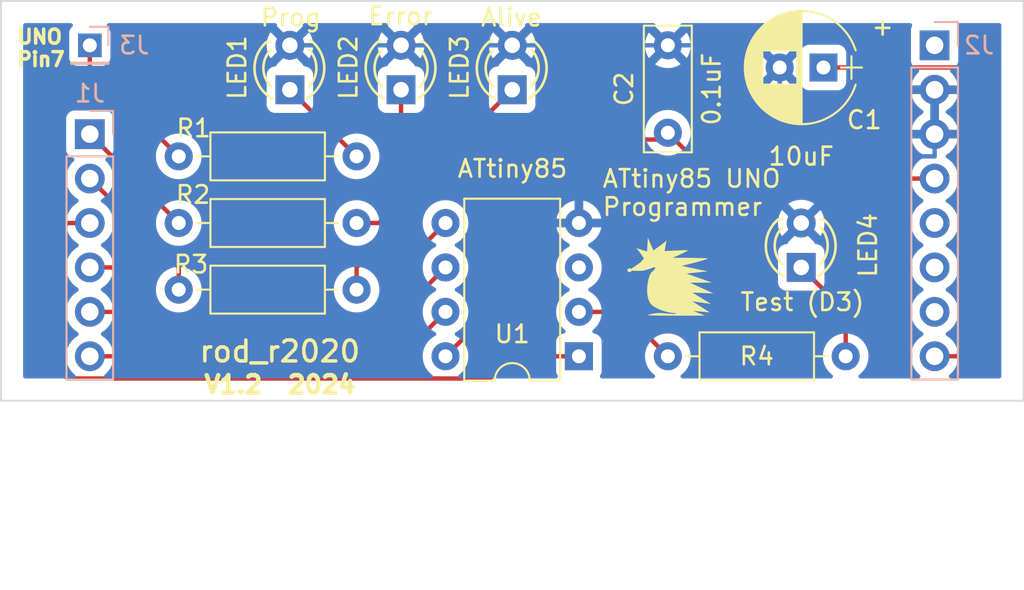
<source format=kicad_pcb>
(kicad_pcb (version 20221018) (generator pcbnew)
  (layers (0 "F.Cu" signal) (31 "B.Cu" signal) (34 "B.Paste" user) (35 "F.Paste" user) (36 "B.SilkS" user "B.Silkscreen") (37 "F.SilkS" user "F.Silkscreen") (38 "B.Mask" user) (39 "F.Mask" user) (44 "Edge.Cuts" user))
  (net 0 "")
  (net 1 "Arduino reset")
  (net 2 "Arduino Gnd")
  (net 3 "Arduino 5v")
  (net 4 "Arduino GPIO 8")
  (net 5 "Arduino GPIO 9")
  (net 6 "Arduino GPIO 10")
  (net 7 "Arduino GPIO 11")
  (net 8 "Arduino GPIO 12")
  (net 9 "Arduino GPIO 13")
  (net 14 "Arduino GPIO 7")
  (net 15 "Net-(LED1-A)")
  (net 16 "Net-(LED2-A)")
  (net 17 "Net-(LED3-A)")
  (net 18 "Net-(LED4-A)")
  (net 20 "Net-(U1-XTAL1{slash}PB3)")
  (footprint "4ms/4ms-kicad-lib/footprints/4ms_LED.pretty:LED_3mm_C1A2" (layer "F.Cu") (at 167.64 99.06 -90)
    (fp_text reference "LED2" (at 0 3.01 90) (layer "F.SilkS"))
    (fp_text value "Error" (at -2.936619 0.027386) (layer "F.SilkS"))
    (fp_line (start -1.469 -1.28) (end -1.469 -1.1) (stroke (width 0.15)) (layer "F.SilkS"))
    (fp_line (start -1.469 1.314) (end -1.469 1.114) (stroke (width 0.15)) (layer "F.SilkS"))
    (fp_arc (start -1.469 -1.286) (mid 0.225903 -1.954571) (end 1.758744 -0.969643) (stroke (width 0.15)) (layer "F.SilkS"))
    (fp_arc (start -1.02 -1.1) (mid 0.031686 -1.512142) (end 1.083005 -1.099067) (stroke (width 0.15)) (layer "F.SilkS"))
    (fp_arc (start 1.065 1.094) (mid 0.04492 1.51473) (end -0.982889 1.113252) (stroke (width 0.15)) (layer "F.SilkS"))
    (fp_arc (start 1.781 0.994) (mid 0.252637 2.009958) (end -1.45622 1.340726) (stroke (width 0.15)) (layer "F.SilkS"))
    (pad "1" thru_hole circle (at -1.27 0) (size 1.651 1.651) (drill 0.889) (layers "*.Cu" "*.Mask") (net 2 "Arduino Gnd"))
    (pad "2" thru_hole rect (at 1.27 0 270) (size 1.651 1.651) (drill 0.889) (layers "*.Cu" "*.Mask") (net 16 "Net-(LED2-A)"))
  )
  (footprint "4ms/4ms-kicad-lib/footprints/4ms_Package_DIP.pretty:DIP-8pin_TH" (layer "F.Cu") (at 177.8 115.57 180)
    (fp_text reference "U1" (at 3.81 1.27) (layer "F.SilkS"))
    (fp_text value "ATtiny85" (at 3.793953 10.726401) (layer "F.SilkS"))
    (fp_line (start 1.07 -1.39) (end 1.07 9.01) (stroke (width 0.12)) (layer "F.SilkS"))
    (fp_line (start 1.07 9.01) (end 6.55 9.01) (stroke (width 0.12)) (layer "F.SilkS"))
    (fp_line (start 2.81 -1.39) (end 1.07 -1.39) (stroke (width 0.12)) (layer "F.SilkS"))
    (fp_line (start 6.55 -1.39) (end 4.81 -1.39) (stroke (width 0.12)) (layer "F.SilkS"))
    (fp_line (start 6.55 9.01) (end 6.55 -1.39) (stroke (width 0.12)) (layer "F.SilkS"))
    (fp_arc (start 4.81 -1.39) (mid 3.81 -0.39) (end 2.81 -1.39) (stroke (width 0.12)) (layer "F.SilkS"))
    (pad "1" thru_hole rect (at 0 0 180) (size 1.6 1.6) (drill 0.8) (layers "*.Cu" "*.Mask") (net 6 "Arduino GPIO 10"))
    (pad "2" thru_hole oval (at 0 2.54 180) (size 1.6 1.6) (drill 0.8) (layers "*.Cu" "*.Mask") (net 20 "Net-(U1-XTAL1{slash}PB3)"))
    (pad "3" thru_hole oval (at 0 5.08 180) (size 1.6 1.6) (drill 0.8) (layers "*.Cu" "*.Mask"))
    (pad "4" thru_hole oval (at 0 7.62 180) (size 1.6 1.6) (drill 0.8) (layers "*.Cu" "*.Mask") (net 2 "Arduino Gnd"))
    (pad "5" thru_hole oval (at 7.62 7.62 180) (size 1.6 1.6) (drill 0.8) (layers "*.Cu" "*.Mask") (net 7 "Arduino GPIO 11"))
    (pad "6" thru_hole oval (at 7.62 5.08 180) (size 1.6 1.6) (drill 0.8) (layers "*.Cu" "*.Mask") (net 8 "Arduino GPIO 12"))
    (pad "7" thru_hole oval (at 7.62 2.54 180) (size 1.6 1.6) (drill 0.8) (layers "*.Cu" "*.Mask") (net 9 "Arduino GPIO 13"))
    (pad "8" thru_hole oval (at 7.62 0 180) (size 1.6 1.6) (drill 0.8) (layers "*.Cu" "*.Mask") (net 3 "Arduino 5v"))
  )
  (footprint "kicad-legacy/kicad-footprints/Capacitor_THT.pretty:C_Rect_L7.0mm_W2.5mm_P5.00mm" (layer "F.Cu") (at 182.88 102.79 90)
    (fp_text reference "C2" (at 2.5 -2.5 90) (layer "F.SilkS"))
    (fp_text value "0.1uF" (at 2.5 2.5 90) (layer "F.SilkS"))
    (fp_line (start -1.12 -1.37) (end -1.12 1.37) (stroke (width 0.12)) (layer "F.SilkS"))
    (fp_line (start -1.12 -1.37) (end 6.12 -1.37) (stroke (width 0.12)) (layer "F.SilkS"))
    (fp_line (start -1.12 1.37) (end 6.12 1.37) (stroke (width 0.12)) (layer "F.SilkS"))
    (fp_line (start 6.12 -1.37) (end 6.12 1.37) (stroke (width 0.12)) (layer "F.SilkS"))
    (pad "1" thru_hole circle (at 0 0 90) (size 1.6 1.6) (drill 0.8) (layers "*.Cu" "*.Mask") (net 3 "Arduino 5v"))
    (pad "2" thru_hole circle (at 5 0 90) (size 1.6 1.6) (drill 0.8) (layers "*.Cu" "*.Mask") (net 2 "Arduino Gnd"))
  )
  (footprint "4ms/4ms-kicad-lib/footprints/4ms_LED.pretty:LED_3mm_C1A2" (layer "F.Cu") (at 161.29 99.06 -90)
    (fp_text reference "LED1" (at 0 3.01 90) (layer "F.SilkS"))
    (fp_text value "Prog" (at -2.862819 -0.049586) (layer "F.SilkS"))
    (fp_line (start -1.469 -1.28) (end -1.469 -1.1) (stroke (width 0.15)) (layer "F.SilkS"))
    (fp_line (start -1.469 1.314) (end -1.469 1.114) (stroke (width 0.15)) (layer "F.SilkS"))
    (fp_arc (start -1.469 -1.286) (mid 0.225903 -1.954571) (end 1.758744 -0.969643) (stroke (width 0.15)) (layer "F.SilkS"))
    (fp_arc (start -1.02 -1.1) (mid 0.031686 -1.512142) (end 1.083005 -1.099067) (stroke (width 0.15)) (layer "F.SilkS"))
    (fp_arc (start 1.065 1.094) (mid 0.04492 1.51473) (end -0.982889 1.113252) (stroke (width 0.15)) (layer "F.SilkS"))
    (fp_arc (start 1.781 0.994) (mid 0.252637 2.009958) (end -1.45622 1.340726) (stroke (width 0.15)) (layer "F.SilkS"))
    (pad "1" thru_hole circle (at -1.27 0) (size 1.651 1.651) (drill 0.889) (layers "*.Cu" "*.Mask") (net 2 "Arduino Gnd"))
    (pad "2" thru_hole rect (at 1.27 0 270) (size 1.651 1.651) (drill 0.889) (layers "*.Cu" "*.Mask") (net 15 "Net-(LED1-A)"))
  )
  (footprint "4ms/4ms-kicad-lib/footprints/4ms_LED.pretty:LED_3mm_C1A2" (layer "F.Cu") (at 173.99 99.06 -90)
    (fp_text reference "LED3" (at 0 3.01 90) (layer "F.SilkS"))
    (fp_text value "Alive" (at -2.862819 0.030558) (layer "F.SilkS"))
    (fp_line (start -1.469 -1.28) (end -1.469 -1.1) (stroke (width 0.15)) (layer "F.SilkS"))
    (fp_line (start -1.469 1.314) (end -1.469 1.114) (stroke (width 0.15)) (layer "F.SilkS"))
    (fp_arc (start -1.469 -1.286) (mid 0.225903 -1.954571) (end 1.758744 -0.969643) (stroke (width 0.15)) (layer "F.SilkS"))
    (fp_arc (start -1.02 -1.1) (mid 0.031686 -1.512142) (end 1.083005 -1.099067) (stroke (width 0.15)) (layer "F.SilkS"))
    (fp_arc (start 1.065 1.094) (mid 0.04492 1.51473) (end -0.982889 1.113252) (stroke (width 0.15)) (layer "F.SilkS"))
    (fp_arc (start 1.781 0.994) (mid 0.252637 2.009958) (end -1.45622 1.340726) (stroke (width 0.15)) (layer "F.SilkS"))
    (pad "1" thru_hole circle (at -1.27 0) (size 1.651 1.651) (drill 0.889) (layers "*.Cu" "*.Mask") (net 2 "Arduino Gnd"))
    (pad "2" thru_hole rect (at 1.27 0 270) (size 1.651 1.651) (drill 0.889) (layers "*.Cu" "*.Mask") (net 17 "Net-(LED3-A)"))
  )
  (footprint "4ms/4ms-kicad-lib/footprints/4ms_LED.pretty:LED_3mm_C1A2" (layer "F.Cu") (at 190.5 109.22 -90)
    (fp_text reference "LED4" (at 0 -3.81 90) (layer "F.SilkS"))
    (fp_text value "Test (D3)" (at 3.247213 -0.067688) (layer "F.SilkS"))
    (fp_line (start -1.469 -1.28) (end -1.469 -1.1) (stroke (width 0.15)) (layer "F.SilkS"))
    (fp_line (start -1.469 1.314) (end -1.469 1.114) (stroke (width 0.15)) (layer "F.SilkS"))
    (fp_arc (start -1.469 -1.286) (mid 0.225903 -1.954571) (end 1.758744 -0.969643) (stroke (width 0.15)) (layer "F.SilkS"))
    (fp_arc (start -1.02 -1.1) (mid 0.031686 -1.512142) (end 1.083005 -1.099067) (stroke (width 0.15)) (layer "F.SilkS"))
    (fp_arc (start 1.065 1.094) (mid 0.04492 1.51473) (end -0.982889 1.113252) (stroke (width 0.15)) (layer "F.SilkS"))
    (fp_arc (start 1.781 0.994) (mid 0.252637 2.009958) (end -1.45622 1.340726) (stroke (width 0.15)) (layer "F.SilkS"))
    (pad "1" thru_hole circle (at -1.27 0) (size 1.651 1.651) (drill 0.889) (layers "*.Cu" "*.Mask") (net 2 "Arduino Gnd"))
    (pad "2" thru_hole rect (at 1.27 0 270) (size 1.651 1.651) (drill 0.889) (layers "*.Cu" "*.Mask") (net 18 "Net-(LED4-A)"))
  )
  (footprint "kicad-official/Resistor_THT.pretty:R_Axial_DIN0207_L6.3mm_D2.5mm_P10.16mm_Horizontal" (layer "F.Cu") (at 154.94 111.76)
    (fp_text reference "R3" (at 0.704274 -1.442278) (layer "F.SilkS"))
    (fp_text value "220")
    (fp_line (start 1.04 0) (end 1.81 0) (stroke (width 0.12)) (layer "F.SilkS"))
    (fp_line (start 1.81 -1.37) (end 1.81 1.37) (stroke (width 0.12)) (layer "F.SilkS"))
    (fp_line (start 1.81 1.37) (end 8.35 1.37) (stroke (width 0.12)) (layer "F.SilkS"))
    (fp_line (start 8.35 -1.37) (end 1.81 -1.37) (stroke (width 0.12)) (layer "F.SilkS"))
    (fp_line (start 8.35 1.37) (end 8.35 -1.37) (stroke (width 0.12)) (layer "F.SilkS"))
    (fp_line (start 9.12 0) (end 8.35 0) (stroke (width 0.12)) (layer "F.SilkS"))
    (pad "1" thru_hole circle (at 0 0) (size 1.6 1.6) (drill 0.8) (layers "*.Cu" "*.Mask") (net 5 "Arduino GPIO 9"))
    (pad "2" thru_hole oval (at 10.16 0) (size 1.6 1.6) (drill 0.8) (layers "*.Cu" "*.Mask") (net 17 "Net-(LED3-A)"))
  )
  (footprint "4ms/4ms-kicad-lib/footprints/4ms_Capacitor.pretty:CP_Radial_P2.5mm" (layer "F.Cu") (at 191.77 99.06 180)
    (fp_text reference "C1" (at -2.33 -3 180) (layer "F.SilkS") (effects (font (size 1.016 1.016) (thickness 0.1524))))
    (fp_text value "10uF" (at 1.27 -5.08 180) (layer "F.SilkS") (effects (font (size 1.016 1.016) (thickness 0.1524))))
    (fp_text user "+" (at -3.38 2.34) (layer "F.SilkS"))
    (fp_line (start -2.2 0) (end -1 0) (stroke (width 0.12)) (layer "F.SilkS"))
    (fp_line (start -1.6 -0.65) (end -1.6 0.65) (stroke (width 0.12)) (layer "F.SilkS"))
    (fp_line (start 1.25 -3.2) (end 1.25 3.2) (stroke (width 0.12)) (layer "F.SilkS"))
    (fp_line (start 1.29 -3.2) (end 1.29 3.2) (stroke (width 0.12)) (layer "F.SilkS"))
    (fp_line (start 1.33 -3.2) (end 1.33 3.2) (stroke (width 0.12)) (layer "F.SilkS"))
    (fp_line (start 1.37 -3.198) (end 1.37 3.198) (stroke (width 0.12)) (layer "F.SilkS"))
    (fp_line (start 1.41 -3.197) (end 1.41 3.197) (stroke (width 0.12)) (layer "F.SilkS"))
    (fp_line (start 1.45 -3.194) (end 1.45 3.194) (stroke (width 0.12)) (layer "F.SilkS"))
    (fp_line (start 1.49 -3.192) (end 1.49 3.192) (stroke (width 0.12)) (layer "F.SilkS"))
    (fp_line (start 1.53 -3.188) (end 1.53 -0.98) (stroke (width 0.12)) (layer "F.SilkS"))
    (fp_line (start 1.53 0.98) (end 1.53 3.188) (stroke (width 0.12)) (layer "F.SilkS"))
    (fp_line (start 1.57 -3.185) (end 1.57 -0.98) (stroke (width 0.12)) (layer "F.SilkS"))
    (fp_line (start 1.57 0.98) (end 1.57 3.185) (stroke (width 0.12)) (layer "F.SilkS"))
    (fp_line (start 1.61 -3.18) (end 1.61 -0.98) (stroke (width 0.12)) (layer "F.SilkS"))
    (fp_line (start 1.61 0.98) (end 1.61 3.18) (stroke (width 0.12)) (layer "F.SilkS"))
    (fp_line (start 1.65 -3.176) (end 1.65 -0.98) (stroke (width 0.12)) (layer "F.SilkS"))
    (fp_line (start 1.65 0.98) (end 1.65 3.176) (stroke (width 0.12)) (layer "F.SilkS"))
    (fp_line (start 1.69 -3.17) (end 1.69 -0.98) (stroke (width 0.12)) (layer "F.SilkS"))
    (fp_line (start 1.69 0.98) (end 1.69 3.17) (stroke (width 0.12)) (layer "F.SilkS"))
    (fp_line (start 1.73 -3.165) (end 1.73 -0.98) (stroke (width 0.12)) (layer "F.SilkS"))
    (fp_line (start 1.73 0.98) (end 1.73 3.165) (stroke (width 0.12)) (layer "F.SilkS"))
    (fp_line (start 1.77 -3.158) (end 1.77 -0.98) (stroke (width 0.12)) (layer "F.SilkS"))
    (fp_line (start 1.77 0.98) (end 1.77 3.158) (stroke (width 0.12)) (layer "F.SilkS"))
    (fp_line (start 1.81 -3.152) (end 1.81 -0.98) (stroke (width 0.12)) (layer "F.SilkS"))
    (fp_line (start 1.81 0.98) (end 1.81 3.152) (stroke (width 0.12)) (layer "F.SilkS"))
    (fp_line (start 1.85 -3.144) (end 1.85 -0.98) (stroke (width 0.12)) (layer "F.SilkS"))
    (fp_line (start 1.85 0.98) (end 1.85 3.144) (stroke (width 0.12)) (layer "F.SilkS"))
    (fp_line (start 1.89 -3.137) (end 1.89 -0.98) (stroke (width 0.12)) (layer "F.SilkS"))
    (fp_line (start 1.89 0.98) (end 1.89 3.137) (stroke (width 0.12)) (layer "F.SilkS"))
    (fp_line (start 1.93 -3.128) (end 1.93 -0.98) (stroke (width 0.12)) (layer "F.SilkS"))
    (fp_line (start 1.93 0.98) (end 1.93 3.128) (stroke (width 0.12)) (layer "F.SilkS"))
    (fp_line (start 1.971 -3.119) (end 1.971 -0.98) (stroke (width 0.12)) (layer "F.SilkS"))
    (fp_line (start 1.971 0.98) (end 1.971 3.119) (stroke (width 0.12)) (layer "F.SilkS"))
    (fp_line (start 2.011 -3.11) (end 2.011 -0.98) (stroke (width 0.12)) (layer "F.SilkS"))
    (fp_line (start 2.011 0.98) (end 2.011 3.11) (stroke (width 0.12)) (layer "F.SilkS"))
    (fp_line (start 2.051 -3.1) (end 2.051 -0.98) (stroke (width 0.12)) (layer "F.SilkS"))
    (fp_line (start 2.051 0.98) (end 2.051 3.1) (stroke (width 0.12)) (layer "F.SilkS"))
    (fp_line (start 2.091 -3.09) (end 2.091 -0.98) (stroke (width 0.12)) (layer "F.SilkS"))
    (fp_line (start 2.091 0.98) (end 2.091 3.09) (stroke (width 0.12)) (layer "F.SilkS"))
    (fp_line (start 2.131 -3.079) (end 2.131 -0.98) (stroke (width 0.12)) (layer "F.SilkS"))
    (fp_line (start 2.131 0.98) (end 2.131 3.079) (stroke (width 0.12)) (layer "F.SilkS"))
    (fp_line (start 2.171 -3.067) (end 2.171 -0.98) (stroke (width 0.12)) (layer "F.SilkS"))
    (fp_line (start 2.171 0.98) (end 2.171 3.067) (stroke (width 0.12)) (layer "F.SilkS"))
    (fp_line (start 2.211 -3.055) (end 2.211 -0.98) (stroke (width 0.12)) (layer "F.SilkS"))
    (fp_line (start 2.211 0.98) (end 2.211 3.055) (stroke (width 0.12)) (layer "F.SilkS"))
    (fp_line (start 2.251 -3.042) (end 2.251 -0.98) (stroke (width 0.12)) (layer "F.SilkS"))
    (fp_line (start 2.251 0.98) (end 2.251 3.042) (stroke (width 0.12)) (layer "F.SilkS"))
    (fp_line (start 2.291 -3.029) (end 2.291 -0.98) (stroke (width 0.12)) (layer "F.SilkS"))
    (fp_line (start 2.291 0.98) (end 2.291 3.029) (stroke (width 0.12)) (layer "F.SilkS"))
    (fp_line (start 2.331 -3.015) (end 2.331 -0.98) (stroke (width 0.12)) (layer "F.SilkS"))
    (fp_line (start 2.331 0.98) (end 2.331 3.015) (stroke (width 0.12)) (layer "F.SilkS"))
    (fp_line (start 2.371 -3.001) (end 2.371 -0.98) (stroke (width 0.12)) (layer "F.SilkS"))
    (fp_line (start 2.371 0.98) (end 2.371 3.001) (stroke (width 0.12)) (layer "F.SilkS"))
    (fp_line (start 2.411 -2.986) (end 2.411 -0.98) (stroke (width 0.12)) (layer "F.SilkS"))
    (fp_line (start 2.411 0.98) (end 2.411 2.986) (stroke (width 0.12)) (layer "F.SilkS"))
    (fp_line (start 2.451 -2.97) (end 2.451 -0.98) (stroke (width 0.12)) (layer "F.SilkS"))
    (fp_line (start 2.451 0.98) (end 2.451 2.97) (stroke (width 0.12)) (layer "F.SilkS"))
    (fp_line (start 2.491 -2.954) (end 2.491 -0.98) (stroke (width 0.12)) (layer "F.SilkS"))
    (fp_line (start 2.491 0.98) (end 2.491 2.954) (stroke (width 0.12)) (layer "F.SilkS"))
    (fp_line (start 2.531 -2.937) (end 2.531 -0.98) (stroke (width 0.12)) (layer "F.SilkS"))
    (fp_line (start 2.531 0.98) (end 2.531 2.937) (stroke (width 0.12)) (layer "F.SilkS"))
    (fp_line (start 2.571 -2.919) (end 2.571 -0.98) (stroke (width 0.12)) (layer "F.SilkS"))
    (fp_line (start 2.571 0.98) (end 2.571 2.919) (stroke (width 0.12)) (layer "F.SilkS"))
    (fp_line (start 2.611 -2.901) (end 2.611 -0.98) (stroke (width 0.12)) (layer "F.SilkS"))
    (fp_line (start 2.611 0.98) (end 2.611 2.901) (stroke (width 0.12)) (layer "F.SilkS"))
    (fp_line (start 2.651 -2.882) (end 2.651 -0.98) (stroke (width 0.12)) (layer "F.SilkS"))
    (fp_line (start 2.651 0.98) (end 2.651 2.882) (stroke (width 0.12)) (layer "F.SilkS"))
    (fp_line (start 2.691 -2.863) (end 2.691 -0.98) (stroke (width 0.12)) (layer "F.SilkS"))
    (fp_line (start 2.691 0.98) (end 2.691 2.863) (stroke (width 0.12)) (layer "F.SilkS"))
    (fp_line (start 2.731 -2.843) (end 2.731 -0.98) (stroke (width 0.12)) (layer "F.SilkS"))
    (fp_line (start 2.731 0.98) (end 2.731 2.843) (stroke (width 0.12)) (layer "F.SilkS"))
    (fp_line (start 2.771 -2.822) (end 2.771 -0.98) (stroke (width 0.12)) (layer "F.SilkS"))
    (fp_line (start 2.771 0.98) (end 2.771 2.822) (stroke (width 0.12)) (layer "F.SilkS"))
    (fp_line (start 2.811 -2.8) (end 2.811 -0.98) (stroke (width 0.12)) (layer "F.SilkS"))
    (fp_line (start 2.811 0.98) (end 2.811 2.8) (stroke (width 0.12)) (layer "F.SilkS"))
    (fp_line (start 2.851 -2.778) (end 2.851 -0.98) (stroke (width 0.12)) (layer "F.SilkS"))
    (fp_line (start 2.851 0.98) (end 2.851 2.778) (stroke (width 0.12)) (layer "F.SilkS"))
    (fp_line (start 2.891 -2.755) (end 2.891 -0.98) (stroke (width 0.12)) (layer "F.SilkS"))
    (fp_line (start 2.891 0.98) (end 2.891 2.755) (stroke (width 0.12)) (layer "F.SilkS"))
    (fp_line (start 2.931 -2.731) (end 2.931 -0.98) (stroke (width 0.12)) (layer "F.SilkS"))
    (fp_line (start 2.931 0.98) (end 2.931 2.731) (stroke (width 0.12)) (layer "F.SilkS"))
    (fp_line (start 2.971 -2.706) (end 2.971 -0.98) (stroke (width 0.12)) (layer "F.SilkS"))
    (fp_line (start 2.971 0.98) (end 2.971 2.706) (stroke (width 0.12)) (layer "F.SilkS"))
    (fp_line (start 3.011 -2.681) (end 3.011 -0.98) (stroke (width 0.12)) (layer "F.SilkS"))
    (fp_line (start 3.011 0.98) (end 3.011 2.681) (stroke (width 0.12)) (layer "F.SilkS"))
    (fp_line (start 3.051 -2.654) (end 3.051 -0.98) (stroke (width 0.12)) (layer "F.SilkS"))
    (fp_line (start 3.051 0.98) (end 3.051 2.654) (stroke (width 0.12)) (layer "F.SilkS"))
    (fp_line (start 3.091 -2.627) (end 3.091 -0.98) (stroke (width 0.12)) (layer "F.SilkS"))
    (fp_line (start 3.091 0.98) (end 3.091 2.627) (stroke (width 0.12)) (layer "F.SilkS"))
    (fp_line (start 3.131 -2.599) (end 3.131 -0.98) (stroke (width 0.12)) (layer "F.SilkS"))
    (fp_line (start 3.131 0.98) (end 3.131 2.599) (stroke (width 0.12)) (layer "F.SilkS"))
    (fp_line (start 3.171 -2.57) (end 3.171 -0.98) (stroke (width 0.12)) (layer "F.SilkS"))
    (fp_line (start 3.171 0.98) (end 3.171 2.57) (stroke (width 0.12)) (layer "F.SilkS"))
    (fp_line (start 3.211 -2.54) (end 3.211 -0.98) (stroke (width 0.12)) (layer "F.SilkS"))
    (fp_line (start 3.211 0.98) (end 3.211 2.54) (stroke (width 0.12)) (layer "F.SilkS"))
    (fp_line (start 3.251 -2.51) (end 3.251 -0.98) (stroke (width 0.12)) (layer "F.SilkS"))
    (fp_line (start 3.251 0.98) (end 3.251 2.51) (stroke (width 0.12)) (layer "F.SilkS"))
    (fp_line (start 3.291 -2.478) (end 3.291 -0.98) (stroke (width 0.12)) (layer "F.SilkS"))
    (fp_line (start 3.291 0.98) (end 3.291 2.478) (stroke (width 0.12)) (layer "F.SilkS"))
    (fp_line (start 3.331 -2.445) (end 3.331 -0.98) (stroke (width 0.12)) (layer "F.SilkS"))
    (fp_line (start 3.331 0.98) (end 3.331 2.445) (stroke (width 0.12)) (layer "F.SilkS"))
    (fp_line (start 3.371 -2.411) (end 3.371 -0.98) (stroke (width 0.12)) (layer "F.SilkS"))
    (fp_line (start 3.371 0.98) (end 3.371 2.411) (stroke (width 0.12)) (layer "F.SilkS"))
    (fp_line (start 3.411 -2.375) (end 3.411 -0.98) (stroke (width 0.12)) (layer "F.SilkS"))
    (fp_line (start 3.411 0.98) (end 3.411 2.375) (stroke (width 0.12)) (layer "F.SilkS"))
    (fp_line (start 3.451 -2.339) (end 3.451 -0.98) (stroke (width 0.12)) (layer "F.SilkS"))
    (fp_line (start 3.451 0.98) (end 3.451 2.339) (stroke (width 0.12)) (layer "F.SilkS"))
    (fp_line (start 3.491 -2.301) (end 3.491 2.301) (stroke (width 0.12)) (layer "F.SilkS"))
    (fp_line (start 3.531 -2.262) (end 3.531 2.262) (stroke (width 0.12)) (layer "F.SilkS"))
    (fp_line (start 3.571 -2.222) (end 3.571 2.222) (stroke (width 0.12)) (layer "F.SilkS"))
    (fp_line (start 3.611 -2.18) (end 3.611 2.18) (stroke (width 0.12)) (layer "F.SilkS"))
    (fp_line (start 3.651 -2.137) (end 3.651 2.137) (stroke (width 0.12)) (layer "F.SilkS"))
    (fp_line (start 3.691 -2.092) (end 3.691 2.092) (stroke (width 0.12)) (layer "F.SilkS"))
    (fp_line (start 3.731 -2.045) (end 3.731 2.045) (stroke (width 0.12)) (layer "F.SilkS"))
    (fp_line (start 3.771 -1.997) (end 3.771 1.997) (stroke (width 0.12)) (layer "F.SilkS"))
    (fp_line (start 3.811 -1.946) (end 3.811 1.946) (stroke (width 0.12)) (layer "F.SilkS"))
    (fp_line (start 3.851 -1.894) (end 3.851 1.894) (stroke (width 0.12)) (layer "F.SilkS"))
    (fp_line (start 3.891 -1.839) (end 3.891 1.839) (stroke (width 0.12)) (layer "F.SilkS"))
    (fp_line (start 3.931 -1.781) (end 3.931 1.781) (stroke (width 0.12)) (layer "F.SilkS"))
    (fp_line (start 3.971 -1.721) (end 3.971 1.721) (stroke (width 0.12)) (layer "F.SilkS"))
    (fp_line (start 4.011 -1.658) (end 4.011 1.658) (stroke (width 0.12)) (layer "F.SilkS"))
    (fp_line (start 4.051 -1.591) (end 4.051 1.591) (stroke (width 0.12)) (layer "F.SilkS"))
    (fp_line (start 4.091 -1.52) (end 4.091 1.52) (stroke (width 0.12)) (layer "F.SilkS"))
    (fp_line (start 4.131 -1.445) (end 4.131 1.445) (stroke (width 0.12)) (layer "F.SilkS"))
    (fp_line (start 4.171 -1.364) (end 4.171 1.364) (stroke (width 0.12)) (layer "F.SilkS"))
    (fp_line (start 4.211 -1.278) (end 4.211 1.278) (stroke (width 0.12)) (layer "F.SilkS"))
    (fp_line (start 4.251 -1.184) (end 4.251 1.184) (stroke (width 0.12)) (layer "F.SilkS"))
    (fp_line (start 4.291 -1.081) (end 4.291 1.081) (stroke (width 0.12)) (layer "F.SilkS"))
    (fp_line (start 4.331 -0.966) (end 4.331 0.966) (stroke (width 0.12)) (layer "F.SilkS"))
    (fp_line (start 4.371 -0.834) (end 4.371 0.834) (stroke (width 0.12)) (layer "F.SilkS"))
    (fp_line (start 4.411 -0.676) (end 4.411 0.676) (stroke (width 0.12)) (layer "F.SilkS"))
    (fp_line (start 4.451 -0.468) (end 4.451 0.468) (stroke (width 0.12)) (layer "F.SilkS"))
    (fp_arc (start -1.838236 -0.98) (mid 1.250337 -3.24) (end 4.33844 -0.979357) (stroke (width 0.12)) (layer "F.SilkS"))
    (fp_arc (start 4.338236 -0.98) (mid 4.49 -0.000337) (end 4.33844 0.979357) (stroke (width 0.12)) (layer "F.SilkS"))
    (fp_arc (start 4.33844 0.979357) (mid 1.250337 3.24) (end -1.838236 0.98) (stroke (width 0.12)) (layer "F.SilkS"))
    (pad "1" thru_hole rect (at 0 0 180) (size 1.6 1.6) (drill 0.8) (layers "*.Cu" "*.Mask") (net 1 "Arduino reset"))
    (pad "2" thru_hole circle (at 2.5 0 180) (size 1.6 1.6) (drill 0.8) (layers "*.Cu" "*.Mask") (net 2 "Arduino Gnd"))
  )
  (footprint "kicad-official/Resistor_THT.pretty:R_Axial_DIN0207_L6.3mm_D2.5mm_P10.16mm_Horizontal" (layer "F.Cu") (at 193.04 115.57 180)
    (fp_text reference "R4" (at 5.08 0) (layer "F.SilkS"))
    (fp_text value "220")
    (fp_line (start 1.04 0) (end 1.81 0) (stroke (width 0.12)) (layer "F.SilkS"))
    (fp_line (start 1.81 -1.37) (end 1.81 1.37) (stroke (width 0.12)) (layer "F.SilkS"))
    (fp_line (start 1.81 1.37) (end 8.35 1.37) (stroke (width 0.12)) (layer "F.SilkS"))
    (fp_line (start 8.35 -1.37) (end 1.81 -1.37) (stroke (width 0.12)) (layer "F.SilkS"))
    (fp_line (start 8.35 1.37) (end 8.35 -1.37) (stroke (width 0.12)) (layer "F.SilkS"))
    (fp_line (start 9.12 0) (end 8.35 0) (stroke (width 0.12)) (layer "F.SilkS"))
    (pad "1" thru_hole circle (at 0 0 180) (size 1.6 1.6) (drill 0.8) (layers "*.Cu" "*.Mask") (net 18 "Net-(LED4-A)"))
    (pad "2" thru_hole oval (at 10.16 0 180) (size 1.6 1.6) (drill 0.8) (layers "*.Cu" "*.Mask") (net 20 "Net-(U1-XTAL1{slash}PB3)"))
  )
  (footprint "kicad-official/Resistor_THT.pretty:R_Axial_DIN0207_L6.3mm_D2.5mm_P10.16mm_Horizontal" (layer "F.Cu") (at 154.94 104.14)
    (fp_text reference "R1" (at 0.851875 -1.608213) (layer "F.SilkS"))
    (fp_text value "220")
    (fp_line (start 1.04 0) (end 1.81 0) (stroke (width 0.12)) (layer "F.SilkS"))
    (fp_line (start 1.81 -1.37) (end 1.81 1.37) (stroke (width 0.12)) (layer "F.SilkS"))
    (fp_line (start 1.81 1.37) (end 8.35 1.37) (stroke (width 0.12)) (layer "F.SilkS"))
    (fp_line (start 8.35 -1.37) (end 1.81 -1.37) (stroke (width 0.12)) (layer "F.SilkS"))
    (fp_line (start 8.35 1.37) (end 8.35 -1.37) (stroke (width 0.12)) (layer "F.SilkS"))
    (fp_line (start 9.12 0) (end 8.35 0) (stroke (width 0.12)) (layer "F.SilkS"))
    (pad "1" thru_hole circle (at 0 0) (size 1.6 1.6) (drill 0.8) (layers "*.Cu" "*.Mask") (net 14 "Arduino GPIO 7"))
    (pad "2" thru_hole oval (at 10.16 0) (size 1.6 1.6) (drill 0.8) (layers "*.Cu" "*.Mask") (net 15 "Net-(LED1-A)"))
  )
  (footprint "kicad-official/Resistor_THT.pretty:R_Axial_DIN0207_L6.3mm_D2.5mm_P10.16mm_Horizontal" (layer "F.Cu") (at 154.94 107.95)
    (fp_text reference "R2" (at 0.814975 -1.617496) (layer "F.SilkS"))
    (fp_text value "220")
    (fp_line (start 1.04 0) (end 1.81 0) (stroke (width 0.12)) (layer "F.SilkS"))
    (fp_line (start 1.81 -1.37) (end 1.81 1.37) (stroke (width 0.12)) (layer "F.SilkS"))
    (fp_line (start 1.81 1.37) (end 8.35 1.37) (stroke (width 0.12)) (layer "F.SilkS"))
    (fp_line (start 8.35 -1.37) (end 1.81 -1.37) (stroke (width 0.12)) (layer "F.SilkS"))
    (fp_line (start 8.35 1.37) (end 8.35 -1.37) (stroke (width 0.12)) (layer "F.SilkS"))
    (fp_line (start 9.12 0) (end 8.35 0) (stroke (width 0.12)) (layer "F.SilkS"))
    (pad "1" thru_hole circle (at 0 0) (size 1.6 1.6) (drill 0.8) (layers "*.Cu" "*.Mask") (net 4 "Arduino GPIO 8"))
    (pad "2" thru_hole oval (at 10.16 0) (size 1.6 1.6) (drill 0.8) (layers "*.Cu" "*.Mask") (net 16 "Net-(LED2-A)"))
  )
  (footprint "kicad-legacy/kicad-footprints/Connector_PinHeader_2.54mm.pretty:PinHeader_1x08_P2.54mm_Vertical" (layer "B.Cu") (at 198.12 97.79 180)
    (fp_text reference "J2" (at -2.54 0) (layer "B.SilkS") (effects (justify mirror)))
    (fp_text value "Conn_01x08")
    (fp_line (start -1.33 -19.11) (end 1.33 -19.11) (stroke (width 0.12)) (layer "B.SilkS"))
    (fp_line (start -1.33 -1.27) (end -1.33 -19.11) (stroke (width 0.12)) (layer "B.SilkS"))
    (fp_line (start -1.33 -1.27) (end 1.33 -1.27) (stroke (width 0.12)) (layer "B.SilkS"))
    (fp_line (start -1.33 0) (end -1.33 1.33) (stroke (width 0.12)) (layer "B.SilkS"))
    (fp_line (start -1.33 1.33) (end 0 1.33) (stroke (width 0.12)) (layer "B.SilkS"))
    (fp_line (start 1.33 -1.27) (end 1.33 -19.11) (stroke (width 0.12)) (layer "B.SilkS"))
    (pad "1" thru_hole rect (at 0 0 180) (size 1.7 1.7) (drill 1) (layers "*.Cu" "*.Mask"))
    (pad "2" thru_hole oval (at 0 -2.54 180) (size 1.7 1.7) (drill 1) (layers "*.Cu" "*.Mask") (net 2 "Arduino Gnd"))
    (pad "3" thru_hole oval (at 0 -5.08 180) (size 1.7 1.7) (drill 1) (layers "*.Cu" "*.Mask") (net 2 "Arduino Gnd"))
    (pad "4" thru_hole oval (at 0 -7.62 180) (size 1.7 1.7) (drill 1) (layers "*.Cu" "*.Mask") (net 3 "Arduino 5v"))
    (pad "5" thru_hole oval (at 0 -10.16 180) (size 1.7 1.7) (drill 1) (layers "*.Cu" "*.Mask"))
    (pad "6" thru_hole oval (at 0 -12.7 180) (size 1.7 1.7) (drill 1) (layers "*.Cu" "*.Mask"))
    (pad "7" thru_hole oval (at 0 -15.24 180) (size 1.7 1.7) (drill 1) (layers "*.Cu" "*.Mask"))
    (pad "8" thru_hole oval (at 0 -17.78 180) (size 1.7 1.7) (drill 1) (layers "*.Cu" "*.Mask") (net 1 "Arduino reset"))
  )
  (footprint "kicad-legacy/kicad-footprints/Connector_PinHeader_2.54mm.pretty:PinHeader_1x06_P2.54mm_Vertical" (layer "B.Cu") (at 149.86 102.87 180)
    (fp_text reference "J1" (at 0 2.33) (layer "B.SilkS") (effects (justify mirror)))
    (fp_text value "Conn_01x06")
    (fp_line (start -1.33 -14.03) (end 1.33 -14.03) (stroke (width 0.12)) (layer "B.SilkS"))
    (fp_line (start -1.33 -1.27) (end -1.33 -14.03) (stroke (width 0.12)) (layer "B.SilkS"))
    (fp_line (start -1.33 -1.27) (end 1.33 -1.27) (stroke (width 0.12)) (layer "B.SilkS"))
    (fp_line (start -1.33 0) (end -1.33 1.33) (stroke (width 0.12)) (layer "B.SilkS"))
    (fp_line (start -1.33 1.33) (end 0 1.33) (stroke (width 0.12)) (layer "B.SilkS"))
    (fp_line (start 1.33 -1.27) (end 1.33 -14.03) (stroke (width 0.12)) (layer "B.SilkS"))
    (pad "1" thru_hole rect (at 0 0 180) (size 1.7 1.7) (drill 1) (layers "*.Cu" "*.Mask") (net 4 "Arduino GPIO 8"))
    (pad "2" thru_hole oval (at 0 -2.54 180) (size 1.7 1.7) (drill 1) (layers "*.Cu" "*.Mask") (net 5 "Arduino GPIO 9"))
    (pad "3" thru_hole oval (at 0 -5.08 180) (size 1.7 1.7) (drill 1) (layers "*.Cu" "*.Mask") (net 6 "Arduino GPIO 10"))
    (pad "4" thru_hole oval (at 0 -7.62 180) (size 1.7 1.7) (drill 1) (layers "*.Cu" "*.Mask") (net 7 "Arduino GPIO 11"))
    (pad "5" thru_hole oval (at 0 -10.16 180) (size 1.7 1.7) (drill 1) (layers "*.Cu" "*.Mask") (net 8 "Arduino GPIO 12"))
    (pad "6" thru_hole oval (at 0 -12.7 180) (size 1.7 1.7) (drill 1) (layers "*.Cu" "*.Mask") (net 9 "Arduino GPIO 13"))
  )
  (footprint "kicad-legacy/kicad-footprints/Connector_PinHeader_2.00mm.pretty:PinHeader_1x01_P2.00mm_Vertical" (layer "B.Cu") (at 149.86 97.79 180)
    (fp_text reference "J3" (at -2.54 0) (layer "B.SilkS") (effects (justify mirror)))
    (fp_text value "Conn_01x01")
    (fp_line (start -1.06 -1.06) (end 1.06 -1.06) (stroke (width 0.12)) (layer "B.SilkS"))
    (fp_line (start -1.06 -1) (end -1.06 -1.06) (stroke (width 0.12)) (layer "B.SilkS"))
    (fp_line (start -1.06 -1) (end 1.06 -1) (stroke (width 0.12)) (layer "B.SilkS"))
    (fp_line (start -1.06 0) (end -1.06 1.06) (stroke (width 0.12)) (layer "B.SilkS"))
    (fp_line (start -1.06 1.06) (end 0 1.06) (stroke (width 0.12)) (layer "B.SilkS"))
    (fp_line (start 1.06 -1) (end 1.06 -1.06) (stroke (width 0.12)) (layer "B.SilkS"))
    (pad "1" thru_hole rect (at 0 0 180) (size 1.35 1.35) (drill 0.8) (layers "*.Cu" "*.Mask") (net 14 "Arduino GPIO 7"))
  )
  (gr_poly (pts (xy 182.056168 109.515609) (xy 182.162326 109.442488) (xy 182.402548 109.272182) (xy 182.536253 109.173578) (xy 182.659456 109.078271) (xy 182.712535 109.034729) (xy 182.757486 108.99546) (xy 182.792476 108.961614) (xy 182.81567 108.934341) (xy 182.801476 108.994218) (xy 182.783111 109.080192) (xy 182.741344 109.288413) (xy 182.68999 109.555831) (xy 183.357741 109.520648) (xy 183.602931 109.510673) (xy 183.81682 109.504938) (xy 183.968107 109.505798) (xy 184.010494 109.509437) (xy 184.021661 109.512188) (xy 184.025492 109.515609) (xy 184.023025 109.520359) (xy 184.015832 109.526979) (xy 183.988532 109.545298) (xy 183.946111 109.569506) (xy 183.891091 109.598543) (xy 183.753329 109.666865) (xy 183.595407 109.741782) (xy 183.165322 109.937789) (xy 184.104722 109.942813) (xy 184.779208 109.954745) (xy 185.021883 109.964714) (xy 185.101358 109.970906) (xy 185.145983 109.977981) (xy 185.153712 109.982731) (xy 185.151841 109.98935) (xy 185.121755 110.007669) (xy 185.060632 110.031878) (xy 184.973381 110.060915) (xy 184.740122 110.129237) (xy 184.461238 110.204154) (xy 183.923629 110.339851) (xy 183.674632 110.400161) (xy 185.145983 110.711745) (xy 183.946261 110.842422) (xy 185.394968 111.355056) (xy 184.15 111.365127) (xy 185.485503 111.978255) (xy 184.285815 111.927993) (xy 185.349688 112.581313) (xy 184.285815 112.430556) (xy 185.281798 113.063796) (xy 184.331065 112.973342) (xy 185.010168 113.244704) (xy 183.536355 113.250247) (xy 182.429004 113.245284) (xy 181.997069 113.2374) (xy 181.727951 113.224593) (xy 181.726391 113.224169) (xy 181.726079 113.223322) (xy 181.729091 113.220449) (xy 181.748921 113.210596) (xy 181.785743 113.196433) (xy 181.837855 113.179359) (xy 181.903559 113.16077) (xy 181.981155 113.142067) (xy 182.023881 113.133109) (xy 182.068943 113.124647) (xy 182.116127 113.116855) (xy 182.165223 113.109908) (xy 182.211557 113.104728) (xy 182.258845 113.100967) (xy 182.355676 113.097247) (xy 182.454502 113.09784) (xy 182.554112 113.101834) (xy 182.653291 113.108319) (xy 182.750828 113.116385) (xy 182.936123 113.133617) (xy 183.021456 113.140962) (xy 183.100295 113.146246) (xy 183.171428 113.14856) (xy 183.233643 113.146991) (xy 183.261027 113.144467) (xy 183.285726 113.140631) (xy 183.307589 113.135369) (xy 183.326465 113.128568) (xy 183.342201 113.120114) (xy 183.354647 113.109892) (xy 183.36365 113.09779) (xy 183.369059 113.083694) (xy 183.363161 113.089135) (xy 183.353474 113.093734) (xy 183.323335 113.100294) (xy 183.279841 113.103148) (xy 183.224192 113.102076) (xy 183.157587 113.096853) (xy 183.081226 113.087257) (xy 182.996308 113.073064) (xy 182.904031 113.054053) (xy 182.805597 113.03) (xy 182.702203 113.000683) (xy 182.595049 112.965878) (xy 182.485335 112.925362) (xy 182.374259 112.878913) (xy 182.263022 112.826307) (xy 182.152822 112.767322) (xy 182.044859 112.701736) (xy 181.99399 112.664412) (xy 181.947727 112.621675) (xy 181.905919 112.573914) (xy 181.868415 112.521522) (xy 181.835064 112.464888) (xy 181.805717 112.404402) (xy 181.780222 112.340457) (xy 181.758429 112.273441) (xy 181.740187 112.203746) (xy 181.725346 112.131762) (xy 181.713755 112.05788) (xy 181.705263 111.982491) (xy 181.696974 111.828752) (xy 181.699274 111.673671) (xy 181.71096 111.520371) (xy 181.730824 111.371979) (xy 181.757664 111.231618) (xy 181.790272 111.102414) (xy 181.827445 110.987491) (xy 181.867977 110.889974) (xy 181.910663 110.812988) (xy 181.932437 110.783171) (xy 181.954298 110.759658) (xy 182.028876 110.692559) (xy 182.049625 110.673197) (xy 182.070091 110.653246) (xy 182.089712 110.632928) (xy 182.107923 110.612468) (xy 182.124164 110.592087) (xy 182.131369 110.581996) (xy 182.13787 110.572009) (xy 182.143598 110.562153) (xy 182.148481 110.552457) (xy 182.152449 110.542947) (xy 182.155432 110.533653) (xy 182.15736 110.524601) (xy 182.158162 110.515821) (xy 182.157768 110.507338) (xy 182.156108 110.499183) (xy 182.15311 110.491381) (xy 182.148706 110.483962) (xy 182.142825 110.476953) (xy 182.135395 110.470382) (xy 181.648724 110.631179) (xy 181.606196 110.643596) (xy 181.56005 110.65415) (xy 181.510793 110.662962) (xy 181.458934 110.670155) (xy 181.404978 110.675851) (xy 181.349435 110.680172) (xy 181.235611 110.685176) (xy 181.121523 110.686145) (xy 181.011229 110.684055) (xy 180.908788 110.679883) (xy 180.818259 110.674605) (xy 180.816775 110.678924) (xy 180.815088 110.683159) (xy 180.81113 110.69136) (xy 180.806424 110.699183) (xy 180.801011 110.706602) (xy 180.794931 110.71359) (xy 180.788226 110.72012) (xy 180.780935 110.726167) (xy 180.7731 110.731704) (xy 180.76476 110.736704) (xy 180.755957 110.741142) (xy 180.746732 110.74499) (xy 180.737124 110.748222) (xy 180.727174 110.750813) (xy 180.716923 110.752736) (xy 180.706412 110.753963) (xy 180.695681 110.75447) (xy 180.689113 110.75441) (xy 180.682625 110.754079) (xy 180.676225 110.753483) (xy 180.669921 110.75263) (xy 180.663722 110.751526) (xy 180.657634 110.750176) (xy 180.651667 110.748588) (xy 180.645828 110.746768) (xy 180.640125 110.744722) (xy 180.634567 110.742456) (xy 180.629161 110.739978) (xy 180.623915 110.737294) (xy 180.618838 110.734409) (xy 180.613937 110.731331) (xy 180.609221 110.728066) (xy 180.604698 110.72462) (xy 180.600375 110.721) (xy 180.596262 110.717212) (xy 180.592364 110.713263) (xy 180.588692 110.709158) (xy 180.585253 110.704905) (xy 180.582054 110.70051) (xy 180.579105 110.69598) (xy 180.576412 110.69132) (xy 180.573985 110.686537) (xy 180.571831 110.681638) (xy 180.569957 110.676629) (xy 180.568373 110.671517) (xy 180.567087 110.666308) (xy 180.566105 110.661007) (xy 180.565437 110.655623) (xy 180.565091 110.650161) (xy 180.565072 110.644691) (xy 180.565379 110.639284) (xy 180.566005 110.633947) (xy 180.566941 110.628687) (xy 180.568181 110.62351) (xy 180.569717 110.618423) (xy 180.571541 110.613432) (xy 180.573645 110.608546) (xy 180.576023 110.60377) (xy 180.578665 110.599111) (xy 180.581565 110.594576) (xy 180.584716 110.590172) (xy 180.588108 110.585906) (xy 180.591736 110.581784) (xy 180.595591 110.577813) (xy 180.599666 110.574) (xy 180.603952 110.570352) (xy 180.608443 110.566876) (xy 180.613131 110.563578) (xy 180.618008 110.560465) (xy 180.623067 110.557544) (xy 180.628299 110.554822) (xy 180.633698 110.552305) (xy 180.639256 110.550001) (xy 180.644965 110.547915) (xy 180.650818 110.546056) (xy 180.656807 110.544429) (xy 180.662924 110.543042) (xy 180.669161 110.541901) (xy 180.675512 110.541013) (xy 180.681968 110.540385) (xy 180.688523 110.540023) (xy 180.695187 110.53995) (xy 180.701815 110.540162) (xy 180.708395 110.540656) (xy 180.714916 110.541428) (xy 180.721364 110.542473) (xy 180.727728 110.543788) (xy 180.733996 110.545368) (xy 180.740156 110.54721) (xy 180.746196 110.549309) (xy 180.752103 110.551662) (xy 180.757866 110.554264) (xy 180.763473 110.557112) (xy 180.76891 110.560201) (xy 180.774168 110.563527) (xy 180.779232 110.567087) (xy 180.784092 110.570876) (xy 181.309174 110.20906) (xy 181.512911 109.97792) (xy 181.464475 109.903233) (xy 181.411501 109.823745) (xy 181.346085 109.728488) (xy 181.273275 109.62671) (xy 181.198117 109.527656) (xy 181.161235 109.482041) (xy 181.125658 109.440574) (xy 181.092018 109.404411) (xy 181.060946 109.374709) (xy 181.141296 109.403022) (xy 181.237957 109.435041) (xy 181.446895 109.500972) (xy 181.694008 109.575851) (xy 181.739258 108.791885)) (fill solid) (layer "F.SilkS"))
  (gr_line (start 203.2 95.25) (end 203.2 118.11) (stroke (width 0.1)) (layer "Edge.Cuts"))
  (gr_line (start 144.78 118.11) (end 203.2 118.11) (stroke (width 0.1)) (layer "Edge.Cuts"))
  (gr_line (start 203.2 95.25) (end 144.78 95.25) (stroke (width 0.1)) (layer "Edge.Cuts"))
  (gr_line (start 144.78 95.25) (end 144.78 118.11) (stroke (width 0.1)) (layer "Edge.Cuts"))
  (gr_text "ATtiny85 UNO \nProgrammer \n\n" (at 179.07 109.22) (layer "F.SilkS") (effects (font (size 1 1)) (justify left bottom)))
  (gr_text "UNO\nPin7\n" (at 145.606318 99.06) (layer "F.SilkS") (effects (font (size 0.8 0.8) (thickness 0.2) bold) (justify left bottom)))
  (gr_text "V1.2  2024\n" (at 156.275129 117.781592) (layer "F.SilkS") (effects (font (size 1 1) (thickness 0.25) bold) (justify left bottom)))
  (gr_text "rod_r2020" (at 156.013333 115.992652) (layer "F.SilkS") (effects (font (size 1.2 1.2) (thickness 0.2) bold) (justify left bottom)))
  (segment (start 200.66 100.33) (end 200.66 114.3) (width 0.25) (layer "F.Cu") (net 1))
  (segment (start 200.66 114.3) (end 199.39 115.57) (width 0.25) (layer "F.Cu") (net 1))
  (segment (start 191.77 99.06) (end 199.39 99.06) (width 0.25) (layer "F.Cu") (net 1))
  (segment (start 199.39 115.57) (end 198.12 115.57) (width 0.25) (layer "F.Cu") (net 1))
  (segment (start 199.39 99.06) (end 200.66 100.33) (width 0.25) (layer "F.Cu") (net 1))
  (segment (start 188 97.79) (end 189.27 99.06) (width 0.25) (layer "B.Cu") (net 2))
  (segment (start 198.12 104.14) (end 194.31 104.14) (width 0.25) (layer "B.Cu") (net 2))
  (segment (start 194.31 104.14) (end 190.5 107.95) (width 0.25) (layer "B.Cu") (net 2))
  (segment (start 189.27 99.06) (end 189.27 106.72) (width 0.25) (layer "B.Cu") (net 2))
  (segment (start 177.8 102.87) (end 182.88 97.79) (width 0.25) (layer "B.Cu") (net 2))
  (segment (start 198.12 102.87) (end 198.12 104.14) (width 0.25) (layer "B.Cu") (net 2))
  (segment (start 189.27 106.72) (end 190.5 107.95) (width 0.25) (layer "B.Cu") (net 2))
  (segment (start 182.88 97.79) (end 188 97.79) (width 0.25) (layer "B.Cu") (net 2))
  (segment (start 173.99 97.79) (end 182.88 97.79) (width 0.25) (layer "B.Cu") (net 2))
  (segment (start 161.29 97.79) (end 167.64 97.79) (width 0.25) (layer "B.Cu") (net 2))
  (segment (start 167.64 97.79) (end 173.99 97.79) (width 0.25) (layer "B.Cu") (net 2))
  (segment (start 177.8 107.95) (end 177.8 102.87) (width 0.25) (layer "B.Cu") (net 2))
  (segment (start 173.99 105.41) (end 176.220972 103.179028) (width 0.25) (layer "F.Cu") (net 3))
  (segment (start 170.18 115.57) (end 173.99 111.76) (width 0.25) (layer "F.Cu") (net 3))
  (segment (start 173.99 111.76) (end 173.99 105.41) (width 0.25) (layer "F.Cu") (net 3))
  (segment (start 198.12 105.41) (end 185.5 105.41) (width 0.25) (layer "F.Cu") (net 3))
  (segment (start 176.220972 103.179028) (end 182.634496 103.179028) (width 0.25) (layer "F.Cu") (net 3))
  (segment (start 185.5 105.41) (end 182.88 102.79) (width 0.25) (layer "F.Cu") (net 3))
  (segment (start 154.94 107.95) (end 149.86 102.87) (width 0.25) (layer "F.Cu") (net 4))
  (segment (start 149.86 105.41) (end 154.94 110.49) (width 0.25) (layer "F.Cu") (net 5))
  (segment (start 154.94 110.49) (end 154.94 111.76) (width 0.25) (layer "F.Cu") (net 5))
  (segment (start 147.32 109.22) (end 148.59 107.95) (width 0.25) (layer "F.Cu") (net 6))
  (segment (start 177.8 115.57) (end 173.99 115.57) (width 0.25) (layer "F.Cu") (net 6))
  (segment (start 173.99 115.57) (end 172.72 116.84) (width 0.25) (layer "F.Cu") (net 6))
  (segment (start 148.59 107.95) (end 149.86 107.95) (width 0.25) (layer "F.Cu") (net 6))
  (segment (start 172.72 116.84) (end 148.59 116.84) (width 0.25) (layer "F.Cu") (net 6))
  (segment (start 148.59 116.84) (end 147.32 115.57) (width 0.25) (layer "F.Cu") (net 6))
  (segment (start 147.32 115.57) (end 147.32 109.22) (width 0.25) (layer "F.Cu") (net 6))
  (segment (start 167.64 110.49) (end 170.18 107.95) (width 0.25) (layer "F.Cu") (net 7))
  (segment (start 152.4 111.76) (end 151.13 110.49) (width 0.25) (layer "F.Cu") (net 7))
  (segment (start 151.13 110.49) (end 149.86 110.49) (width 0.25) (layer "F.Cu") (net 7))
  (segment (start 153.67 113.875) (end 152.4 112.605) (width 0.25) (layer "F.Cu") (net 7))
  (segment (start 165.945 113.875) (end 167.64 112.18) (width 0.25) (layer "F.Cu") (net 7))
  (segment (start 153.67 113.875) (end 165.945 113.875) (width 0.25) (layer "F.Cu") (net 7))
  (segment (start 167.64 112.18) (end 167.64 110.49) (width 0.25) (layer "F.Cu") (net 7))
  (segment (start 152.4 112.605) (end 152.4 111.76) (width 0.25) (layer "F.Cu") (net 7))
  (segment (start 153.483604 114.325) (end 152.188604 113.03) (width 0.25) (layer "F.Cu") (net 8))
  (segment (start 152.188604 113.03) (end 149.86 113.03) (width 0.25) (layer "F.Cu") (net 8))
  (segment (start 166.345 114.325) (end 153.483604 114.325) (width 0.25) (layer "F.Cu") (net 8))
  (segment (start 170.18 110.49) (end 166.345 114.325) (width 0.25) (layer "F.Cu") (net 8))
  (segment (start 170.18 113.03) (end 167.64 115.57) (width 0.25) (layer "F.Cu") (net 9))
  (segment (start 167.64 115.57) (end 149.86 115.57) (width 0.25) (layer "F.Cu") (net 9))
  (segment (start 149.86 99.06) (end 149.86 97.79) (width 0.25) (layer "F.Cu") (net 14))
  (segment (start 154.94 104.14) (end 149.86 99.06) (width 0.25) (layer "F.Cu") (net 14))
  (segment (start 165.1 104.14) (end 161.29 100.33) (width 0.25) (layer "F.Cu") (net 15))
  (segment (start 166.37 107.95) (end 167.64 106.68) (width 0.25) (layer "F.Cu") (net 16))
  (segment (start 165.1 107.95) (end 166.37 107.95) (width 0.25) (layer "F.Cu") (net 16))
  (segment (start 167.64 106.68) (end 167.64 100.33) (width 0.25) (layer "F.Cu") (net 16))
  (segment (start 165.1 111.76) (end 165.1 110.49) (width 0.25) (layer "F.Cu") (net 17))
  (segment (start 168.91 106.68) (end 168.91 105.41) (width 0.25) (layer "F.Cu") (net 17))
  (segment (start 168.91 105.41) (end 173.99 100.33) (width 0.25) (layer "F.Cu") (net 17))
  (segment (start 165.1 110.49) (end 168.91 106.68) (width 0.25) (layer "F.Cu") (net 17))
  (segment (start 193.04 115.57) (end 193.04 113.03) (width 0.25) (layer "F.Cu") (net 18))
  (segment (start 193.04 113.03) (end 190.5 110.49) (width 0.25) (layer "F.Cu") (net 18))
  (segment (start 180.34 113.03) (end 182.88 115.57) (width 0.25) (layer "F.Cu") (net 20))
  (segment (start 177.8 113.03) (end 180.34 113.03) (width 0.25) (layer "F.Cu") (net 20))
  (zone (net 2) (net_name "Arduino Gnd") (layer "B.Cu") (connect_pads (clearance 0.5)) (min_thickness 0.25) (fill yes (thermal_gap 0.5) (thermal_bridge_width 0.5))
    (polygon (pts (xy 201.93 96.52) (xy 201.93 116.84) (xy 146.05 116.84) (xy 146.05 96.52)))
  )
)
</source>
